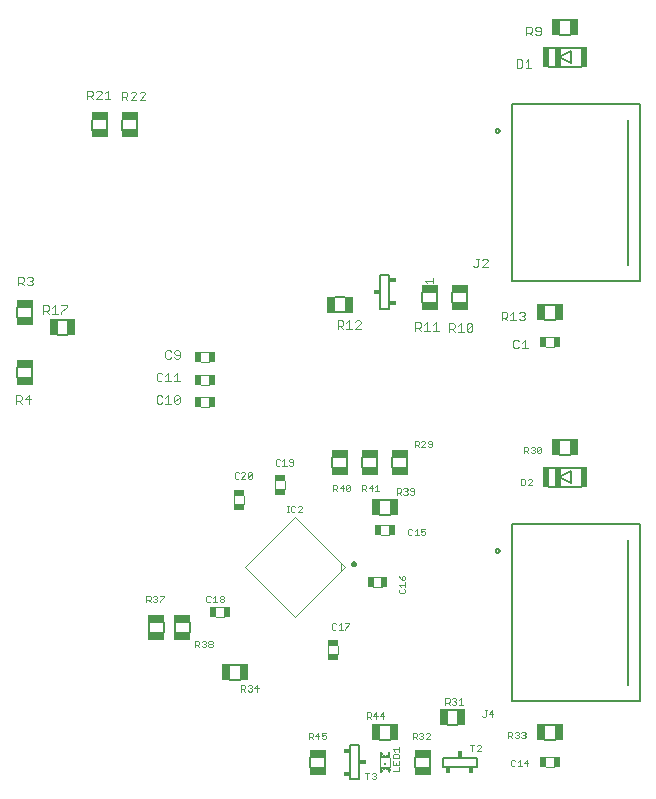
<source format=gto>
G75*
%MOIN*%
%OFA0B0*%
%FSLAX25Y25*%
%IPPOS*%
%LPD*%
%AMOC8*
5,1,8,0,0,1.08239X$1,22.5*
%
%ADD10C,0.00600*%
%ADD11R,0.05512X0.02559*%
%ADD12C,0.00400*%
%ADD13R,0.02559X0.05512*%
%ADD14R,0.01969X0.03740*%
%ADD15C,0.00500*%
%ADD16C,0.00787*%
%ADD17C,0.00800*%
%ADD18R,0.02200X0.06800*%
%ADD19R,0.02400X0.06200*%
%ADD20R,0.02000X0.01500*%
%ADD21C,0.00300*%
%ADD22R,0.01500X0.02000*%
%ADD23C,0.00394*%
%ADD24C,0.00984*%
%ADD25R,0.03740X0.01969*%
%ADD26C,0.00200*%
%ADD27R,0.00787X0.00591*%
%ADD28R,0.00197X0.00197*%
%ADD29R,0.00197X0.01476*%
%ADD30R,0.00787X0.01181*%
%ADD31R,0.03543X0.00886*%
%ADD32R,0.00787X0.01969*%
%ADD33R,0.02165X0.00886*%
%ADD34R,0.00394X0.00394*%
%ADD35R,0.00984X0.00984*%
D10*
X0123050Y0061201D02*
X0123050Y0064429D01*
X0128050Y0064429D02*
X0128050Y0061201D01*
X0131800Y0061201D02*
X0131800Y0064429D01*
X0136800Y0064429D02*
X0136800Y0061201D01*
X0150186Y0050315D02*
X0153414Y0050315D01*
X0153414Y0045315D02*
X0150186Y0045315D01*
X0176800Y0019429D02*
X0176800Y0016201D01*
X0181800Y0016201D02*
X0181800Y0019429D01*
X0190300Y0023615D02*
X0190300Y0012215D01*
X0193300Y0012215D01*
X0193300Y0023615D01*
X0190300Y0023615D01*
X0200186Y0025315D02*
X0203414Y0025315D01*
X0203414Y0030315D02*
X0200186Y0030315D01*
X0211800Y0019429D02*
X0211800Y0016201D01*
X0216800Y0016201D02*
X0216800Y0019429D01*
X0221000Y0019315D02*
X0221000Y0016315D01*
X0232400Y0016315D01*
X0232400Y0019315D01*
X0221000Y0019315D01*
X0222686Y0030315D02*
X0225914Y0030315D01*
X0225914Y0035315D02*
X0222686Y0035315D01*
X0255186Y0030315D02*
X0258414Y0030315D01*
X0258414Y0025315D02*
X0255186Y0025315D01*
X0203414Y0100315D02*
X0200186Y0100315D01*
X0200186Y0105315D02*
X0203414Y0105315D01*
X0204300Y0116201D02*
X0204300Y0119429D01*
X0199300Y0119429D02*
X0199300Y0116201D01*
X0194300Y0116201D02*
X0194300Y0119429D01*
X0189300Y0119429D02*
X0189300Y0116201D01*
X0184300Y0116201D02*
X0184300Y0119429D01*
X0209300Y0119429D02*
X0209300Y0116201D01*
X0256600Y0115915D02*
X0267000Y0115915D01*
X0263414Y0120315D02*
X0260186Y0120315D01*
X0260186Y0125315D02*
X0263414Y0125315D01*
X0267000Y0109715D02*
X0256600Y0109715D01*
X0255186Y0165315D02*
X0258414Y0165315D01*
X0258414Y0170315D02*
X0255186Y0170315D01*
X0229300Y0171201D02*
X0229300Y0174429D01*
X0224300Y0174429D02*
X0224300Y0171201D01*
X0219300Y0171201D02*
X0219300Y0174429D01*
X0214300Y0174429D02*
X0214300Y0171201D01*
X0203300Y0168890D02*
X0200300Y0168890D01*
X0200300Y0180290D01*
X0203300Y0180290D01*
X0203300Y0168890D01*
X0188414Y0167815D02*
X0185186Y0167815D01*
X0185186Y0172815D02*
X0188414Y0172815D01*
X0119300Y0228701D02*
X0119300Y0231929D01*
X0114300Y0231929D02*
X0114300Y0228701D01*
X0109300Y0228701D02*
X0109300Y0231929D01*
X0104300Y0231929D02*
X0104300Y0228701D01*
X0084300Y0169429D02*
X0084300Y0166201D01*
X0079300Y0166201D02*
X0079300Y0169429D01*
X0092686Y0165315D02*
X0095914Y0165315D01*
X0095914Y0160315D02*
X0092686Y0160315D01*
X0084300Y0149429D02*
X0084300Y0146201D01*
X0079300Y0146201D02*
X0079300Y0149429D01*
X0256600Y0249715D02*
X0267000Y0249715D01*
X0267000Y0255915D02*
X0256600Y0255915D01*
X0260186Y0260315D02*
X0263414Y0260315D01*
X0263414Y0265315D02*
X0260186Y0265315D01*
D11*
X0226794Y0175695D03*
X0226794Y0169895D03*
X0216806Y0169936D03*
X0216806Y0175736D03*
X0206806Y0120736D03*
X0206806Y0114936D03*
X0196806Y0114936D03*
X0196806Y0120736D03*
X0186794Y0120695D03*
X0186794Y0114895D03*
X0134294Y0065695D03*
X0134294Y0059895D03*
X0125556Y0059936D03*
X0125556Y0065736D03*
X0179306Y0020736D03*
X0179306Y0014936D03*
X0214306Y0014936D03*
X0214306Y0020736D03*
X0081806Y0144936D03*
X0081806Y0150736D03*
X0081794Y0164895D03*
X0081794Y0170695D03*
X0106806Y0227436D03*
X0106806Y0233236D03*
X0116806Y0233236D03*
X0116806Y0227436D03*
D12*
X0117044Y0238565D02*
X0118913Y0240433D01*
X0118913Y0240900D01*
X0118446Y0241367D01*
X0117512Y0241367D01*
X0117044Y0240900D01*
X0115966Y0240900D02*
X0115966Y0239966D01*
X0115499Y0239499D01*
X0114098Y0239499D01*
X0114098Y0238565D02*
X0114098Y0241367D01*
X0115499Y0241367D01*
X0115966Y0240900D01*
X0115032Y0239499D02*
X0115966Y0238565D01*
X0117044Y0238565D02*
X0118913Y0238565D01*
X0119991Y0238565D02*
X0121859Y0240433D01*
X0121859Y0240900D01*
X0121392Y0241367D01*
X0120458Y0241367D01*
X0119991Y0240900D01*
X0119991Y0238565D02*
X0121859Y0238565D01*
X0110297Y0238878D02*
X0108428Y0238878D01*
X0109363Y0238878D02*
X0109363Y0241680D01*
X0108428Y0240746D01*
X0107350Y0240746D02*
X0107350Y0241213D01*
X0106883Y0241680D01*
X0105949Y0241680D01*
X0105482Y0241213D01*
X0104404Y0241213D02*
X0104404Y0240279D01*
X0103937Y0239812D01*
X0102535Y0239812D01*
X0102535Y0238878D02*
X0102535Y0241680D01*
X0103937Y0241680D01*
X0104404Y0241213D01*
X0103470Y0239812D02*
X0104404Y0238878D01*
X0105482Y0238878D02*
X0107350Y0240746D01*
X0107350Y0238878D02*
X0105482Y0238878D01*
X0083848Y0179567D02*
X0082914Y0179567D01*
X0082447Y0179100D01*
X0081368Y0179100D02*
X0081368Y0178166D01*
X0080901Y0177699D01*
X0079500Y0177699D01*
X0079500Y0176765D02*
X0079500Y0179567D01*
X0080901Y0179567D01*
X0081368Y0179100D01*
X0080434Y0177699D02*
X0081368Y0176765D01*
X0082447Y0177232D02*
X0082914Y0176765D01*
X0083848Y0176765D01*
X0084315Y0177232D01*
X0084315Y0177699D01*
X0083848Y0178166D01*
X0083381Y0178166D01*
X0083848Y0178166D02*
X0084315Y0178633D01*
X0084315Y0179100D01*
X0083848Y0179567D01*
X0087937Y0170192D02*
X0089339Y0170192D01*
X0089806Y0169725D01*
X0089806Y0168791D01*
X0089339Y0168324D01*
X0087937Y0168324D01*
X0087937Y0167390D02*
X0087937Y0170192D01*
X0088872Y0168324D02*
X0089806Y0167390D01*
X0090884Y0167390D02*
X0092752Y0167390D01*
X0091818Y0167390D02*
X0091818Y0170192D01*
X0090884Y0169258D01*
X0093831Y0170192D02*
X0095699Y0170192D01*
X0095699Y0169725D01*
X0093831Y0167857D01*
X0093831Y0167390D01*
X0083223Y0140192D02*
X0081822Y0138791D01*
X0083690Y0138791D01*
X0083223Y0137390D02*
X0083223Y0140192D01*
X0080743Y0139725D02*
X0080743Y0138791D01*
X0080276Y0138324D01*
X0078875Y0138324D01*
X0078875Y0137390D02*
X0078875Y0140192D01*
X0080276Y0140192D01*
X0080743Y0139725D01*
X0079809Y0138324D02*
X0080743Y0137390D01*
X0125660Y0137782D02*
X0126128Y0137315D01*
X0127062Y0137315D01*
X0127529Y0137782D01*
X0128607Y0137315D02*
X0130475Y0137315D01*
X0129541Y0137315D02*
X0129541Y0140117D01*
X0128607Y0139183D01*
X0127529Y0139650D02*
X0127062Y0140117D01*
X0126128Y0140117D01*
X0125660Y0139650D01*
X0125660Y0137782D01*
X0131553Y0137782D02*
X0133422Y0139650D01*
X0133422Y0137782D01*
X0132955Y0137315D01*
X0132021Y0137315D01*
X0131553Y0137782D01*
X0131553Y0139650D01*
X0132021Y0140117D01*
X0132955Y0140117D01*
X0133422Y0139650D01*
X0133422Y0144815D02*
X0131553Y0144815D01*
X0132488Y0144815D02*
X0132488Y0147617D01*
X0131553Y0146683D01*
X0130475Y0144815D02*
X0128607Y0144815D01*
X0129541Y0144815D02*
X0129541Y0147617D01*
X0128607Y0146683D01*
X0127529Y0147150D02*
X0127062Y0147617D01*
X0126128Y0147617D01*
X0125660Y0147150D01*
X0125660Y0145282D01*
X0126128Y0144815D01*
X0127062Y0144815D01*
X0127529Y0145282D01*
X0129074Y0152315D02*
X0130008Y0152315D01*
X0130475Y0152782D01*
X0131553Y0152782D02*
X0132021Y0152315D01*
X0132955Y0152315D01*
X0133422Y0152782D01*
X0133422Y0154650D01*
X0132955Y0155117D01*
X0132021Y0155117D01*
X0131553Y0154650D01*
X0131553Y0154183D01*
X0132021Y0153716D01*
X0133422Y0153716D01*
X0130475Y0154650D02*
X0130008Y0155117D01*
X0129074Y0155117D01*
X0128607Y0154650D01*
X0128607Y0152782D01*
X0129074Y0152315D01*
X0140398Y0151165D02*
X0143202Y0151165D01*
X0143202Y0154516D02*
X0140398Y0154516D01*
X0140398Y0147016D02*
X0143202Y0147016D01*
X0143202Y0143665D02*
X0140398Y0143665D01*
X0140398Y0139516D02*
X0143202Y0139516D01*
X0143202Y0136165D02*
X0140398Y0136165D01*
X0165099Y0111717D02*
X0165099Y0108913D01*
X0168450Y0108913D02*
X0168450Y0111717D01*
X0154700Y0106717D02*
X0154700Y0103913D01*
X0151349Y0103913D02*
X0151349Y0106717D01*
X0148202Y0069465D02*
X0145398Y0069465D01*
X0145398Y0066114D02*
X0148202Y0066114D01*
X0182650Y0056717D02*
X0182650Y0053913D01*
X0186001Y0053913D02*
X0186001Y0056717D01*
X0197898Y0076165D02*
X0200702Y0076165D01*
X0200702Y0079516D02*
X0197898Y0079516D01*
X0200398Y0093665D02*
X0203202Y0093665D01*
X0203202Y0097016D02*
X0200398Y0097016D01*
X0245012Y0155753D02*
X0245946Y0155753D01*
X0246413Y0156220D01*
X0247491Y0155753D02*
X0249359Y0155753D01*
X0248425Y0155753D02*
X0248425Y0158555D01*
X0247491Y0157621D01*
X0246413Y0158088D02*
X0245946Y0158555D01*
X0245012Y0158555D01*
X0244544Y0158088D01*
X0244544Y0156220D01*
X0245012Y0155753D01*
X0245475Y0165128D02*
X0243607Y0165128D01*
X0244541Y0165128D02*
X0244541Y0167930D01*
X0243607Y0166996D01*
X0242529Y0167463D02*
X0242529Y0166529D01*
X0242062Y0166062D01*
X0240660Y0166062D01*
X0240660Y0165128D02*
X0240660Y0167930D01*
X0242062Y0167930D01*
X0242529Y0167463D01*
X0241595Y0166062D02*
X0242529Y0165128D01*
X0246553Y0165595D02*
X0247021Y0165128D01*
X0247955Y0165128D01*
X0248422Y0165595D01*
X0248422Y0166062D01*
X0247955Y0166529D01*
X0247488Y0166529D01*
X0247955Y0166529D02*
X0248422Y0166996D01*
X0248422Y0167463D01*
X0247955Y0167930D01*
X0247021Y0167930D01*
X0246553Y0167463D01*
X0255398Y0159465D02*
X0258202Y0159465D01*
X0258202Y0156114D02*
X0255398Y0156114D01*
X0230922Y0161845D02*
X0230455Y0161378D01*
X0229521Y0161378D01*
X0229053Y0161845D01*
X0230922Y0163713D01*
X0230922Y0161845D01*
X0230922Y0163713D02*
X0230455Y0164180D01*
X0229521Y0164180D01*
X0229053Y0163713D01*
X0229053Y0161845D01*
X0227975Y0161378D02*
X0226107Y0161378D01*
X0227041Y0161378D02*
X0227041Y0164180D01*
X0226107Y0163246D01*
X0225029Y0163713D02*
X0225029Y0162779D01*
X0224562Y0162312D01*
X0223160Y0162312D01*
X0223160Y0161378D02*
X0223160Y0164180D01*
X0224562Y0164180D01*
X0225029Y0163713D01*
X0224095Y0162312D02*
X0225029Y0161378D01*
X0219672Y0161690D02*
X0217803Y0161690D01*
X0218738Y0161690D02*
X0218738Y0164492D01*
X0217803Y0163558D01*
X0216725Y0161690D02*
X0214857Y0161690D01*
X0215791Y0161690D02*
X0215791Y0164492D01*
X0214857Y0163558D01*
X0213779Y0163091D02*
X0213312Y0162624D01*
X0211910Y0162624D01*
X0211910Y0161690D02*
X0211910Y0164492D01*
X0213312Y0164492D01*
X0213779Y0164025D01*
X0213779Y0163091D01*
X0212845Y0162624D02*
X0213779Y0161690D01*
X0214998Y0174497D02*
X0214998Y0176365D01*
X0214998Y0175431D02*
X0217800Y0175431D01*
X0217800Y0177444D02*
X0217800Y0179312D01*
X0217800Y0178378D02*
X0214998Y0178378D01*
X0215932Y0177444D01*
X0231284Y0183389D02*
X0231751Y0182922D01*
X0232218Y0182922D01*
X0232685Y0183389D01*
X0232685Y0185725D01*
X0232218Y0185725D02*
X0233152Y0185725D01*
X0234230Y0185258D02*
X0234697Y0185725D01*
X0235631Y0185725D01*
X0236098Y0185258D01*
X0236098Y0184791D01*
X0234230Y0182922D01*
X0236098Y0182922D01*
X0193734Y0164650D02*
X0193267Y0165117D01*
X0192333Y0165117D01*
X0191866Y0164650D01*
X0193734Y0164650D02*
X0193734Y0164183D01*
X0191866Y0162315D01*
X0193734Y0162315D01*
X0190788Y0162315D02*
X0188919Y0162315D01*
X0189854Y0162315D02*
X0189854Y0165117D01*
X0188919Y0164183D01*
X0187841Y0163716D02*
X0187374Y0163249D01*
X0185973Y0163249D01*
X0185973Y0162315D02*
X0185973Y0165117D01*
X0187374Y0165117D01*
X0187841Y0164650D01*
X0187841Y0163716D01*
X0186907Y0163249D02*
X0187841Y0162315D01*
X0245732Y0249378D02*
X0247133Y0249378D01*
X0247600Y0249845D01*
X0247600Y0251713D01*
X0247133Y0252180D01*
X0245732Y0252180D01*
X0245732Y0249378D01*
X0248678Y0249378D02*
X0250547Y0249378D01*
X0249613Y0249378D02*
X0249613Y0252180D01*
X0248678Y0251246D01*
X0248919Y0260128D02*
X0248919Y0262930D01*
X0250321Y0262930D01*
X0250788Y0262463D01*
X0250788Y0261529D01*
X0250321Y0261062D01*
X0248919Y0261062D01*
X0249854Y0261062D02*
X0250788Y0260128D01*
X0251866Y0260595D02*
X0252333Y0260128D01*
X0253267Y0260128D01*
X0253734Y0260595D01*
X0253734Y0262463D01*
X0253267Y0262930D01*
X0252333Y0262930D01*
X0251866Y0262463D01*
X0251866Y0261996D01*
X0252333Y0261529D01*
X0253734Y0261529D01*
X0255398Y0019465D02*
X0258202Y0019465D01*
X0258202Y0016114D02*
X0255398Y0016114D01*
X0203375Y0016339D02*
X0203375Y0019193D01*
X0200225Y0019193D02*
X0200225Y0016437D01*
X0200618Y0014666D02*
X0200626Y0014733D01*
X0200638Y0014800D01*
X0200653Y0014866D01*
X0200672Y0014931D01*
X0200695Y0014994D01*
X0200722Y0015057D01*
X0200752Y0015117D01*
X0200785Y0015176D01*
X0200821Y0015233D01*
X0200861Y0015288D01*
X0200904Y0015340D01*
X0200950Y0015390D01*
X0200999Y0015437D01*
X0201050Y0015482D01*
X0201103Y0015523D01*
X0201159Y0015561D01*
X0201217Y0015596D01*
X0201277Y0015627D01*
X0201339Y0015656D01*
X0201402Y0015680D01*
X0201466Y0015701D01*
X0201532Y0015718D01*
X0201598Y0015732D01*
X0201665Y0015741D01*
X0201732Y0015747D01*
X0201800Y0015749D01*
X0201868Y0015747D01*
X0201935Y0015741D01*
X0202002Y0015732D01*
X0202068Y0015718D01*
X0202134Y0015701D01*
X0202198Y0015680D01*
X0202261Y0015656D01*
X0202323Y0015627D01*
X0202383Y0015596D01*
X0202441Y0015561D01*
X0202497Y0015523D01*
X0202550Y0015482D01*
X0202601Y0015437D01*
X0202650Y0015390D01*
X0202696Y0015340D01*
X0202739Y0015288D01*
X0202779Y0015233D01*
X0202815Y0015176D01*
X0202848Y0015117D01*
X0202878Y0015057D01*
X0202905Y0014994D01*
X0202928Y0014931D01*
X0202947Y0014866D01*
X0202962Y0014800D01*
X0202974Y0014733D01*
X0202982Y0014666D01*
D13*
X0204720Y0027809D03*
X0198920Y0027809D03*
X0221420Y0032809D03*
X0227220Y0032809D03*
X0253880Y0027821D03*
X0259680Y0027821D03*
X0204720Y0102809D03*
X0198920Y0102809D03*
X0154720Y0047809D03*
X0148920Y0047809D03*
X0258920Y0122809D03*
X0264720Y0122809D03*
X0259680Y0167821D03*
X0253880Y0167821D03*
X0189680Y0170321D03*
X0183880Y0170321D03*
X0097180Y0162821D03*
X0091380Y0162821D03*
X0258920Y0262809D03*
X0264720Y0262809D03*
D14*
X0259116Y0157795D03*
X0254516Y0157795D03*
X0204084Y0095335D03*
X0199484Y0095335D03*
X0201584Y0077835D03*
X0196984Y0077835D03*
X0149116Y0067795D03*
X0144516Y0067795D03*
X0144084Y0137835D03*
X0139484Y0137835D03*
X0139484Y0145335D03*
X0144084Y0145335D03*
X0144084Y0152835D03*
X0139484Y0152835D03*
X0254516Y0017795D03*
X0259116Y0017795D03*
D15*
X0261603Y0038288D02*
X0252942Y0038288D01*
X0244083Y0038288D02*
X0244083Y0097343D01*
X0286643Y0097343D01*
X0275776Y0097343D01*
X0282706Y0091791D02*
X0282706Y0043524D01*
X0286643Y0038288D02*
X0275776Y0038288D01*
X0286643Y0038288D02*
X0286643Y0097343D01*
X0286643Y0038288D01*
X0244083Y0038288D01*
X0244083Y0043799D02*
X0244083Y0047343D01*
X0244083Y0088288D02*
X0244083Y0091831D01*
X0252942Y0097343D02*
X0261603Y0097343D01*
X0261603Y0178288D02*
X0252942Y0178288D01*
X0244083Y0178288D02*
X0244083Y0237343D01*
X0286643Y0237343D01*
X0275776Y0237343D01*
X0282706Y0231791D02*
X0282706Y0183524D01*
X0286643Y0178288D02*
X0275776Y0178288D01*
X0286643Y0178288D02*
X0286643Y0237343D01*
X0286643Y0178288D01*
X0244083Y0178288D01*
X0244083Y0183799D02*
X0244083Y0187343D01*
X0244083Y0228288D02*
X0244083Y0231831D01*
X0252942Y0237343D02*
X0261603Y0237343D01*
D16*
X0238737Y0228288D02*
X0238739Y0228337D01*
X0238745Y0228387D01*
X0238755Y0228435D01*
X0238768Y0228483D01*
X0238786Y0228529D01*
X0238806Y0228574D01*
X0238831Y0228617D01*
X0238859Y0228658D01*
X0238890Y0228696D01*
X0238924Y0228732D01*
X0238960Y0228765D01*
X0238999Y0228796D01*
X0239041Y0228822D01*
X0239084Y0228846D01*
X0239130Y0228866D01*
X0239176Y0228883D01*
X0239224Y0228895D01*
X0239273Y0228904D01*
X0239322Y0228909D01*
X0239371Y0228910D01*
X0239421Y0228907D01*
X0239470Y0228900D01*
X0239518Y0228889D01*
X0239565Y0228875D01*
X0239611Y0228857D01*
X0239656Y0228835D01*
X0239698Y0228809D01*
X0239738Y0228781D01*
X0239776Y0228749D01*
X0239812Y0228715D01*
X0239844Y0228677D01*
X0239874Y0228637D01*
X0239900Y0228595D01*
X0239922Y0228551D01*
X0239942Y0228506D01*
X0239957Y0228459D01*
X0239969Y0228411D01*
X0239977Y0228362D01*
X0239981Y0228313D01*
X0239981Y0228263D01*
X0239977Y0228214D01*
X0239969Y0228165D01*
X0239957Y0228117D01*
X0239942Y0228070D01*
X0239922Y0228025D01*
X0239900Y0227981D01*
X0239874Y0227939D01*
X0239844Y0227899D01*
X0239812Y0227861D01*
X0239776Y0227827D01*
X0239738Y0227795D01*
X0239698Y0227767D01*
X0239656Y0227741D01*
X0239611Y0227719D01*
X0239565Y0227701D01*
X0239518Y0227687D01*
X0239470Y0227676D01*
X0239421Y0227669D01*
X0239371Y0227666D01*
X0239322Y0227667D01*
X0239273Y0227672D01*
X0239224Y0227681D01*
X0239176Y0227693D01*
X0239130Y0227710D01*
X0239084Y0227730D01*
X0239041Y0227754D01*
X0238999Y0227780D01*
X0238960Y0227811D01*
X0238924Y0227844D01*
X0238890Y0227880D01*
X0238859Y0227918D01*
X0238831Y0227959D01*
X0238806Y0228002D01*
X0238786Y0228047D01*
X0238768Y0228093D01*
X0238755Y0228141D01*
X0238745Y0228189D01*
X0238739Y0228239D01*
X0238737Y0228288D01*
X0238737Y0088288D02*
X0238739Y0088337D01*
X0238745Y0088387D01*
X0238755Y0088435D01*
X0238768Y0088483D01*
X0238786Y0088529D01*
X0238806Y0088574D01*
X0238831Y0088617D01*
X0238859Y0088658D01*
X0238890Y0088696D01*
X0238924Y0088732D01*
X0238960Y0088765D01*
X0238999Y0088796D01*
X0239041Y0088822D01*
X0239084Y0088846D01*
X0239130Y0088866D01*
X0239176Y0088883D01*
X0239224Y0088895D01*
X0239273Y0088904D01*
X0239322Y0088909D01*
X0239371Y0088910D01*
X0239421Y0088907D01*
X0239470Y0088900D01*
X0239518Y0088889D01*
X0239565Y0088875D01*
X0239611Y0088857D01*
X0239656Y0088835D01*
X0239698Y0088809D01*
X0239738Y0088781D01*
X0239776Y0088749D01*
X0239812Y0088715D01*
X0239844Y0088677D01*
X0239874Y0088637D01*
X0239900Y0088595D01*
X0239922Y0088551D01*
X0239942Y0088506D01*
X0239957Y0088459D01*
X0239969Y0088411D01*
X0239977Y0088362D01*
X0239981Y0088313D01*
X0239981Y0088263D01*
X0239977Y0088214D01*
X0239969Y0088165D01*
X0239957Y0088117D01*
X0239942Y0088070D01*
X0239922Y0088025D01*
X0239900Y0087981D01*
X0239874Y0087939D01*
X0239844Y0087899D01*
X0239812Y0087861D01*
X0239776Y0087827D01*
X0239738Y0087795D01*
X0239698Y0087767D01*
X0239656Y0087741D01*
X0239611Y0087719D01*
X0239565Y0087701D01*
X0239518Y0087687D01*
X0239470Y0087676D01*
X0239421Y0087669D01*
X0239371Y0087666D01*
X0239322Y0087667D01*
X0239273Y0087672D01*
X0239224Y0087681D01*
X0239176Y0087693D01*
X0239130Y0087710D01*
X0239084Y0087730D01*
X0239041Y0087754D01*
X0238999Y0087780D01*
X0238960Y0087811D01*
X0238924Y0087844D01*
X0238890Y0087880D01*
X0238859Y0087918D01*
X0238831Y0087959D01*
X0238806Y0088002D01*
X0238786Y0088047D01*
X0238768Y0088093D01*
X0238755Y0088141D01*
X0238745Y0088189D01*
X0238739Y0088239D01*
X0238737Y0088288D01*
D17*
X0259831Y0112815D02*
X0263769Y0110847D01*
X0263769Y0114784D01*
X0259831Y0112815D01*
X0263769Y0250847D02*
X0259831Y0252815D01*
X0263769Y0254784D01*
X0263769Y0250847D01*
D18*
X0268000Y0252815D03*
X0255600Y0252815D03*
X0255600Y0112815D03*
X0268000Y0112815D03*
D19*
X0259600Y0112815D03*
X0259600Y0252815D03*
D20*
X0204500Y0178440D03*
X0199100Y0174640D03*
X0204500Y0170840D03*
X0189100Y0021665D03*
X0194500Y0017865D03*
X0189100Y0014065D03*
D21*
X0195200Y0014317D02*
X0196601Y0014317D01*
X0195901Y0014317D02*
X0195901Y0012215D01*
X0197410Y0012565D02*
X0197760Y0012215D01*
X0198461Y0012215D01*
X0198811Y0012565D01*
X0198811Y0012916D01*
X0198461Y0013266D01*
X0198110Y0013266D01*
X0198461Y0013266D02*
X0198811Y0013616D01*
X0198811Y0013967D01*
X0198461Y0014317D01*
X0197760Y0014317D01*
X0197410Y0013967D01*
X0204448Y0014751D02*
X0206550Y0014751D01*
X0206550Y0016152D01*
X0206550Y0016960D02*
X0206550Y0018362D01*
X0206550Y0019170D02*
X0206550Y0020221D01*
X0206200Y0020571D01*
X0204799Y0020571D01*
X0204448Y0020221D01*
X0204448Y0019170D01*
X0206550Y0019170D01*
X0205499Y0017661D02*
X0205499Y0016960D01*
X0204448Y0016960D02*
X0206550Y0016960D01*
X0204448Y0016960D02*
X0204448Y0018362D01*
X0205149Y0021380D02*
X0204448Y0022081D01*
X0206550Y0022081D01*
X0206550Y0022781D02*
X0206550Y0021380D01*
X0211012Y0025465D02*
X0211012Y0027567D01*
X0212063Y0027567D01*
X0212414Y0027217D01*
X0212414Y0026516D01*
X0212063Y0026166D01*
X0211012Y0026166D01*
X0211713Y0026166D02*
X0212414Y0025465D01*
X0213222Y0025815D02*
X0213573Y0025465D01*
X0214273Y0025465D01*
X0214624Y0025815D01*
X0214624Y0026166D01*
X0214273Y0026516D01*
X0213923Y0026516D01*
X0214273Y0026516D02*
X0214624Y0026866D01*
X0214624Y0027217D01*
X0214273Y0027567D01*
X0213573Y0027567D01*
X0213222Y0027217D01*
X0215432Y0027217D02*
X0215783Y0027567D01*
X0216483Y0027567D01*
X0216833Y0027217D01*
X0216833Y0026866D01*
X0215432Y0025465D01*
X0216833Y0025465D01*
X0221950Y0037028D02*
X0221950Y0039129D01*
X0223001Y0039129D01*
X0223351Y0038779D01*
X0223351Y0038078D01*
X0223001Y0037728D01*
X0221950Y0037728D01*
X0222651Y0037728D02*
X0223351Y0037028D01*
X0224160Y0037378D02*
X0224510Y0037028D01*
X0225211Y0037028D01*
X0225561Y0037378D01*
X0225561Y0037728D01*
X0225211Y0038078D01*
X0224860Y0038078D01*
X0225211Y0038078D02*
X0225561Y0038429D01*
X0225561Y0038779D01*
X0225211Y0039129D01*
X0224510Y0039129D01*
X0224160Y0038779D01*
X0226370Y0038429D02*
X0227070Y0039129D01*
X0227070Y0037028D01*
X0226370Y0037028D02*
X0227771Y0037028D01*
X0234974Y0035085D02*
X0235674Y0035085D01*
X0235324Y0035085D02*
X0235324Y0033333D01*
X0234974Y0032983D01*
X0234624Y0032983D01*
X0234273Y0033333D01*
X0236483Y0034034D02*
X0237884Y0034034D01*
X0237534Y0035085D02*
X0236483Y0034034D01*
X0237534Y0032983D02*
X0237534Y0035085D01*
X0242820Y0027979D02*
X0243871Y0027979D01*
X0244222Y0027629D01*
X0244222Y0026928D01*
X0243871Y0026578D01*
X0242820Y0026578D01*
X0242820Y0025878D02*
X0242820Y0027979D01*
X0243521Y0026578D02*
X0244222Y0025878D01*
X0245030Y0026228D02*
X0245381Y0025878D01*
X0246081Y0025878D01*
X0246431Y0026228D01*
X0246431Y0026578D01*
X0246081Y0026928D01*
X0245731Y0026928D01*
X0246081Y0026928D02*
X0246431Y0027279D01*
X0246431Y0027629D01*
X0246081Y0027979D01*
X0245381Y0027979D01*
X0245030Y0027629D01*
X0247240Y0027629D02*
X0247590Y0027979D01*
X0248291Y0027979D01*
X0248641Y0027629D01*
X0248641Y0027279D01*
X0248291Y0026928D01*
X0248641Y0026578D01*
X0248641Y0026228D01*
X0248291Y0025878D01*
X0247590Y0025878D01*
X0247240Y0026228D01*
X0247941Y0026928D02*
X0248291Y0026928D01*
X0249228Y0018604D02*
X0248178Y0017553D01*
X0249579Y0017553D01*
X0249228Y0016503D02*
X0249228Y0018604D01*
X0246668Y0018604D02*
X0246668Y0016503D01*
X0245968Y0016503D02*
X0247369Y0016503D01*
X0245968Y0017904D02*
X0246668Y0018604D01*
X0245159Y0018254D02*
X0244809Y0018604D01*
X0244108Y0018604D01*
X0243758Y0018254D01*
X0243758Y0016853D01*
X0244108Y0016503D01*
X0244809Y0016503D01*
X0245159Y0016853D01*
X0233811Y0021590D02*
X0232410Y0021590D01*
X0233811Y0022991D01*
X0233811Y0023342D01*
X0233461Y0023692D01*
X0232760Y0023692D01*
X0232410Y0023342D01*
X0231601Y0023692D02*
X0230200Y0023692D01*
X0230901Y0023692D02*
X0230901Y0021590D01*
X0201171Y0032340D02*
X0201171Y0034442D01*
X0200120Y0033391D01*
X0201521Y0033391D01*
X0199311Y0033391D02*
X0197910Y0033391D01*
X0198961Y0034442D01*
X0198961Y0032340D01*
X0197101Y0032340D02*
X0196401Y0033041D01*
X0196751Y0033041D02*
X0195700Y0033041D01*
X0195700Y0032340D02*
X0195700Y0034442D01*
X0196751Y0034442D01*
X0197101Y0034092D01*
X0197101Y0033391D01*
X0196751Y0033041D01*
X0182146Y0027567D02*
X0180745Y0027567D01*
X0180745Y0026516D01*
X0181445Y0026866D01*
X0181796Y0026866D01*
X0182146Y0026516D01*
X0182146Y0025815D01*
X0181796Y0025465D01*
X0181095Y0025465D01*
X0180745Y0025815D01*
X0179936Y0026516D02*
X0178535Y0026516D01*
X0179586Y0027567D01*
X0179586Y0025465D01*
X0177726Y0025465D02*
X0177026Y0026166D01*
X0177376Y0026166D02*
X0176325Y0026166D01*
X0176325Y0025465D02*
X0176325Y0027567D01*
X0177376Y0027567D01*
X0177726Y0027217D01*
X0177726Y0026516D01*
X0177376Y0026166D01*
X0159296Y0041403D02*
X0159296Y0043504D01*
X0158245Y0042453D01*
X0159646Y0042453D01*
X0157436Y0042103D02*
X0157436Y0041753D01*
X0157086Y0041403D01*
X0156385Y0041403D01*
X0156035Y0041753D01*
X0155226Y0041403D02*
X0154526Y0042103D01*
X0154876Y0042103D02*
X0153825Y0042103D01*
X0153825Y0041403D02*
X0153825Y0043504D01*
X0154876Y0043504D01*
X0155226Y0043154D01*
X0155226Y0042453D01*
X0154876Y0042103D01*
X0156035Y0043154D02*
X0156385Y0043504D01*
X0157086Y0043504D01*
X0157436Y0043154D01*
X0157436Y0042804D01*
X0157086Y0042453D01*
X0157436Y0042103D01*
X0157086Y0042453D02*
X0156735Y0042453D01*
X0143983Y0056090D02*
X0143283Y0056090D01*
X0142932Y0056440D01*
X0142932Y0056791D01*
X0143283Y0057141D01*
X0143983Y0057141D01*
X0144333Y0056791D01*
X0144333Y0056440D01*
X0143983Y0056090D01*
X0143983Y0057141D02*
X0144333Y0057491D01*
X0144333Y0057842D01*
X0143983Y0058192D01*
X0143283Y0058192D01*
X0142932Y0057842D01*
X0142932Y0057491D01*
X0143283Y0057141D01*
X0142124Y0057491D02*
X0141773Y0057141D01*
X0142124Y0056791D01*
X0142124Y0056440D01*
X0141773Y0056090D01*
X0141073Y0056090D01*
X0140722Y0056440D01*
X0139914Y0056090D02*
X0139213Y0056791D01*
X0139563Y0056791D02*
X0138513Y0056791D01*
X0138513Y0056090D02*
X0138513Y0058192D01*
X0139563Y0058192D01*
X0139914Y0057842D01*
X0139914Y0057141D01*
X0139563Y0056791D01*
X0140722Y0057842D02*
X0141073Y0058192D01*
X0141773Y0058192D01*
X0142124Y0057842D01*
X0142124Y0057491D01*
X0141773Y0057141D02*
X0141423Y0057141D01*
X0142613Y0071090D02*
X0142263Y0071440D01*
X0142263Y0072842D01*
X0142613Y0073192D01*
X0143313Y0073192D01*
X0143664Y0072842D01*
X0144472Y0072491D02*
X0145173Y0073192D01*
X0145173Y0071090D01*
X0144472Y0071090D02*
X0145874Y0071090D01*
X0146682Y0071440D02*
X0146682Y0071791D01*
X0147033Y0072141D01*
X0147733Y0072141D01*
X0148083Y0071791D01*
X0148083Y0071440D01*
X0147733Y0071090D01*
X0147033Y0071090D01*
X0146682Y0071440D01*
X0147033Y0072141D02*
X0146682Y0072491D01*
X0146682Y0072842D01*
X0147033Y0073192D01*
X0147733Y0073192D01*
X0148083Y0072842D01*
X0148083Y0072491D01*
X0147733Y0072141D01*
X0143664Y0071440D02*
X0143313Y0071090D01*
X0142613Y0071090D01*
X0128083Y0072842D02*
X0126682Y0071440D01*
X0126682Y0071090D01*
X0125874Y0071440D02*
X0125523Y0071090D01*
X0124823Y0071090D01*
X0124472Y0071440D01*
X0123664Y0071090D02*
X0122963Y0071791D01*
X0123313Y0071791D02*
X0122262Y0071791D01*
X0122262Y0071090D02*
X0122262Y0073192D01*
X0123313Y0073192D01*
X0123664Y0072842D01*
X0123664Y0072141D01*
X0123313Y0071791D01*
X0124472Y0072842D02*
X0124823Y0073192D01*
X0125523Y0073192D01*
X0125874Y0072842D01*
X0125874Y0072491D01*
X0125523Y0072141D01*
X0125874Y0071791D01*
X0125874Y0071440D01*
X0125523Y0072141D02*
X0125173Y0072141D01*
X0126682Y0073192D02*
X0128083Y0073192D01*
X0128083Y0072842D01*
X0169003Y0101103D02*
X0169704Y0101103D01*
X0169354Y0101103D02*
X0169354Y0103205D01*
X0169704Y0103205D02*
X0169003Y0103205D01*
X0170477Y0102855D02*
X0170477Y0101454D01*
X0170827Y0101103D01*
X0171528Y0101103D01*
X0171878Y0101454D01*
X0172687Y0101103D02*
X0174088Y0102504D01*
X0174088Y0102855D01*
X0173738Y0103205D01*
X0173037Y0103205D01*
X0172687Y0102855D01*
X0171878Y0102855D02*
X0171528Y0103205D01*
X0170827Y0103205D01*
X0170477Y0102855D01*
X0172687Y0101103D02*
X0174088Y0101103D01*
X0184450Y0108278D02*
X0184450Y0110379D01*
X0185501Y0110379D01*
X0185851Y0110029D01*
X0185851Y0109328D01*
X0185501Y0108978D01*
X0184450Y0108978D01*
X0185151Y0108978D02*
X0185851Y0108278D01*
X0186660Y0109328D02*
X0188061Y0109328D01*
X0188870Y0108628D02*
X0188870Y0110029D01*
X0189220Y0110379D01*
X0189921Y0110379D01*
X0190271Y0110029D01*
X0188870Y0108628D01*
X0189220Y0108278D01*
X0189921Y0108278D01*
X0190271Y0108628D01*
X0190271Y0110029D01*
X0187711Y0110379D02*
X0187711Y0108278D01*
X0186660Y0109328D02*
X0187711Y0110379D01*
X0194137Y0110379D02*
X0194137Y0108278D01*
X0194137Y0108978D02*
X0195188Y0108978D01*
X0195539Y0109328D01*
X0195539Y0110029D01*
X0195188Y0110379D01*
X0194137Y0110379D01*
X0194838Y0108978D02*
X0195539Y0108278D01*
X0196347Y0109328D02*
X0197749Y0109328D01*
X0198557Y0109679D02*
X0199258Y0110379D01*
X0199258Y0108278D01*
X0199958Y0108278D02*
X0198557Y0108278D01*
X0197398Y0108278D02*
X0197398Y0110379D01*
X0196347Y0109328D01*
X0205700Y0109129D02*
X0205700Y0107028D01*
X0205700Y0107728D02*
X0206751Y0107728D01*
X0207101Y0108078D01*
X0207101Y0108779D01*
X0206751Y0109129D01*
X0205700Y0109129D01*
X0206401Y0107728D02*
X0207101Y0107028D01*
X0207910Y0107378D02*
X0208260Y0107028D01*
X0208961Y0107028D01*
X0209311Y0107378D01*
X0209311Y0107728D01*
X0208961Y0108078D01*
X0208610Y0108078D01*
X0208961Y0108078D02*
X0209311Y0108429D01*
X0209311Y0108779D01*
X0208961Y0109129D01*
X0208260Y0109129D01*
X0207910Y0108779D01*
X0210120Y0108779D02*
X0210120Y0108429D01*
X0210470Y0108078D01*
X0211521Y0108078D01*
X0211521Y0107378D02*
X0211521Y0108779D01*
X0211171Y0109129D01*
X0210470Y0109129D01*
X0210120Y0108779D01*
X0210120Y0107378D02*
X0210470Y0107028D01*
X0211171Y0107028D01*
X0211521Y0107378D01*
X0212360Y0095692D02*
X0212360Y0093590D01*
X0211660Y0093590D02*
X0213061Y0093590D01*
X0213870Y0093940D02*
X0214220Y0093590D01*
X0214921Y0093590D01*
X0215271Y0093940D01*
X0215271Y0094641D01*
X0214921Y0094991D01*
X0214570Y0094991D01*
X0213870Y0094641D01*
X0213870Y0095692D01*
X0215271Y0095692D01*
X0212360Y0095692D02*
X0211660Y0094991D01*
X0210851Y0095342D02*
X0210501Y0095692D01*
X0209800Y0095692D01*
X0209450Y0095342D01*
X0209450Y0093940D01*
X0209800Y0093590D01*
X0210501Y0093590D01*
X0210851Y0093940D01*
X0208075Y0079969D02*
X0207724Y0079969D01*
X0207374Y0079619D01*
X0207374Y0078568D01*
X0208075Y0078568D01*
X0208425Y0078918D01*
X0208425Y0079619D01*
X0208075Y0079969D01*
X0206674Y0079268D02*
X0207374Y0078568D01*
X0206674Y0079268D02*
X0206323Y0079969D01*
X0206323Y0077058D02*
X0208425Y0077058D01*
X0208425Y0076358D02*
X0208425Y0077759D01*
X0207024Y0076358D02*
X0206323Y0077058D01*
X0206674Y0075549D02*
X0206323Y0075199D01*
X0206323Y0074498D01*
X0206674Y0074148D01*
X0208075Y0074148D01*
X0208425Y0074498D01*
X0208425Y0075199D01*
X0208075Y0075549D01*
X0189958Y0064129D02*
X0189958Y0063779D01*
X0188557Y0062378D01*
X0188557Y0062028D01*
X0187749Y0062028D02*
X0186347Y0062028D01*
X0187048Y0062028D02*
X0187048Y0064129D01*
X0186347Y0063429D01*
X0185539Y0063779D02*
X0185188Y0064129D01*
X0184488Y0064129D01*
X0184137Y0063779D01*
X0184137Y0062378D01*
X0184488Y0062028D01*
X0185188Y0062028D01*
X0185539Y0062378D01*
X0188557Y0064129D02*
X0189958Y0064129D01*
X0157108Y0112340D02*
X0156408Y0112340D01*
X0156057Y0112690D01*
X0157458Y0114092D01*
X0157458Y0112690D01*
X0157108Y0112340D01*
X0156057Y0112690D02*
X0156057Y0114092D01*
X0156408Y0114442D01*
X0157108Y0114442D01*
X0157458Y0114092D01*
X0155249Y0114092D02*
X0154898Y0114442D01*
X0154198Y0114442D01*
X0153847Y0114092D01*
X0153039Y0114092D02*
X0152688Y0114442D01*
X0151988Y0114442D01*
X0151638Y0114092D01*
X0151638Y0112690D01*
X0151988Y0112340D01*
X0152688Y0112340D01*
X0153039Y0112690D01*
X0153847Y0112340D02*
X0155249Y0113741D01*
X0155249Y0114092D01*
X0155249Y0112340D02*
X0153847Y0112340D01*
X0165388Y0117065D02*
X0165738Y0116715D01*
X0166438Y0116715D01*
X0166789Y0117065D01*
X0167597Y0116715D02*
X0168999Y0116715D01*
X0168298Y0116715D02*
X0168298Y0118817D01*
X0167597Y0118116D01*
X0166789Y0118467D02*
X0166438Y0118817D01*
X0165738Y0118817D01*
X0165388Y0118467D01*
X0165388Y0117065D01*
X0169807Y0117065D02*
X0170158Y0116715D01*
X0170858Y0116715D01*
X0171208Y0117065D01*
X0171208Y0118467D01*
X0170858Y0118817D01*
X0170158Y0118817D01*
X0169807Y0118467D01*
X0169807Y0118116D01*
X0170158Y0117766D01*
X0171208Y0117766D01*
X0211637Y0122965D02*
X0211637Y0125067D01*
X0212688Y0125067D01*
X0213039Y0124717D01*
X0213039Y0124016D01*
X0212688Y0123666D01*
X0211637Y0123666D01*
X0212338Y0123666D02*
X0213039Y0122965D01*
X0213847Y0122965D02*
X0215249Y0124366D01*
X0215249Y0124717D01*
X0214898Y0125067D01*
X0214198Y0125067D01*
X0213847Y0124717D01*
X0213847Y0122965D02*
X0215249Y0122965D01*
X0216057Y0123315D02*
X0216408Y0122965D01*
X0217108Y0122965D01*
X0217458Y0123315D01*
X0217458Y0124717D01*
X0217108Y0125067D01*
X0216408Y0125067D01*
X0216057Y0124717D01*
X0216057Y0124366D01*
X0216408Y0124016D01*
X0217458Y0124016D01*
X0248133Y0122979D02*
X0249184Y0122979D01*
X0249534Y0122629D01*
X0249534Y0121928D01*
X0249184Y0121578D01*
X0248133Y0121578D01*
X0248833Y0121578D02*
X0249534Y0120878D01*
X0250343Y0121228D02*
X0250693Y0120878D01*
X0251394Y0120878D01*
X0251744Y0121228D01*
X0251744Y0121578D01*
X0251394Y0121928D01*
X0251043Y0121928D01*
X0251394Y0121928D02*
X0251744Y0122279D01*
X0251744Y0122629D01*
X0251394Y0122979D01*
X0250693Y0122979D01*
X0250343Y0122629D01*
X0252553Y0122629D02*
X0252903Y0122979D01*
X0253603Y0122979D01*
X0253954Y0122629D01*
X0252553Y0121228D01*
X0252903Y0120878D01*
X0253603Y0120878D01*
X0253954Y0121228D01*
X0253954Y0122629D01*
X0252553Y0122629D02*
X0252553Y0121228D01*
X0248133Y0120878D02*
X0248133Y0122979D01*
X0248206Y0112229D02*
X0247155Y0112229D01*
X0247155Y0110128D01*
X0248206Y0110128D01*
X0248556Y0110478D01*
X0248556Y0111879D01*
X0248206Y0112229D01*
X0249365Y0111879D02*
X0249715Y0112229D01*
X0250416Y0112229D01*
X0250766Y0111879D01*
X0250766Y0111529D01*
X0249365Y0110128D01*
X0250766Y0110128D01*
D22*
X0226750Y0020515D03*
X0222950Y0015115D03*
X0230550Y0015115D03*
D23*
X0171800Y0066112D02*
X0155097Y0082815D01*
X0171800Y0099518D01*
X0188503Y0082815D01*
X0171800Y0066112D01*
X0187111Y0081423D02*
X0187111Y0084207D01*
D24*
X0190893Y0083929D02*
X0190895Y0083973D01*
X0190901Y0084017D01*
X0190911Y0084060D01*
X0190924Y0084102D01*
X0190942Y0084142D01*
X0190963Y0084181D01*
X0190987Y0084218D01*
X0191014Y0084253D01*
X0191045Y0084285D01*
X0191078Y0084314D01*
X0191114Y0084340D01*
X0191152Y0084362D01*
X0191192Y0084381D01*
X0191233Y0084397D01*
X0191276Y0084409D01*
X0191319Y0084417D01*
X0191363Y0084421D01*
X0191407Y0084421D01*
X0191451Y0084417D01*
X0191494Y0084409D01*
X0191537Y0084397D01*
X0191578Y0084381D01*
X0191618Y0084362D01*
X0191656Y0084340D01*
X0191692Y0084314D01*
X0191725Y0084285D01*
X0191756Y0084253D01*
X0191783Y0084218D01*
X0191807Y0084181D01*
X0191828Y0084142D01*
X0191846Y0084102D01*
X0191859Y0084060D01*
X0191869Y0084017D01*
X0191875Y0083973D01*
X0191877Y0083929D01*
X0191875Y0083885D01*
X0191869Y0083841D01*
X0191859Y0083798D01*
X0191846Y0083756D01*
X0191828Y0083716D01*
X0191807Y0083677D01*
X0191783Y0083640D01*
X0191756Y0083605D01*
X0191725Y0083573D01*
X0191692Y0083544D01*
X0191656Y0083518D01*
X0191618Y0083496D01*
X0191578Y0083477D01*
X0191537Y0083461D01*
X0191494Y0083449D01*
X0191451Y0083441D01*
X0191407Y0083437D01*
X0191363Y0083437D01*
X0191319Y0083441D01*
X0191276Y0083449D01*
X0191233Y0083461D01*
X0191192Y0083477D01*
X0191152Y0083496D01*
X0191114Y0083518D01*
X0191078Y0083544D01*
X0191045Y0083573D01*
X0191014Y0083605D01*
X0190987Y0083640D01*
X0190963Y0083677D01*
X0190942Y0083716D01*
X0190924Y0083756D01*
X0190911Y0083798D01*
X0190901Y0083841D01*
X0190895Y0083885D01*
X0190893Y0083929D01*
D25*
X0166780Y0108000D03*
X0166780Y0112600D03*
X0153030Y0107600D03*
X0153030Y0103000D03*
X0184320Y0057631D03*
X0184320Y0053031D03*
D26*
X0200717Y0021063D02*
X0200719Y0020999D01*
X0200725Y0020935D01*
X0200734Y0020871D01*
X0200747Y0020809D01*
X0200764Y0020747D01*
X0200785Y0020686D01*
X0200809Y0020626D01*
X0200837Y0020568D01*
X0200867Y0020512D01*
X0200902Y0020458D01*
X0200939Y0020406D01*
X0200980Y0020356D01*
X0201023Y0020309D01*
X0201069Y0020264D01*
X0201118Y0020222D01*
X0201169Y0020183D01*
X0201222Y0020147D01*
X0201277Y0020115D01*
X0201334Y0020085D01*
X0201393Y0020059D01*
X0201453Y0020037D01*
X0201515Y0020018D01*
X0201577Y0020003D01*
X0201640Y0019992D01*
X0201704Y0019984D01*
X0201768Y0019980D01*
X0201832Y0019980D01*
X0201896Y0019984D01*
X0201960Y0019992D01*
X0202023Y0020003D01*
X0202085Y0020018D01*
X0202147Y0020037D01*
X0202207Y0020059D01*
X0202266Y0020085D01*
X0202323Y0020115D01*
X0202378Y0020147D01*
X0202431Y0020183D01*
X0202482Y0020222D01*
X0202531Y0020264D01*
X0202577Y0020309D01*
X0202620Y0020356D01*
X0202661Y0020406D01*
X0202698Y0020458D01*
X0202733Y0020512D01*
X0202763Y0020568D01*
X0202791Y0020626D01*
X0202815Y0020686D01*
X0202836Y0020747D01*
X0202853Y0020809D01*
X0202866Y0020871D01*
X0202875Y0020935D01*
X0202881Y0020999D01*
X0202883Y0021063D01*
X0202883Y0015354D02*
X0202885Y0015388D01*
X0202891Y0015422D01*
X0202901Y0015455D01*
X0202914Y0015486D01*
X0202932Y0015516D01*
X0202952Y0015544D01*
X0202976Y0015569D01*
X0203002Y0015591D01*
X0203030Y0015609D01*
X0203061Y0015625D01*
X0203093Y0015637D01*
X0203127Y0015645D01*
X0203161Y0015649D01*
X0203195Y0015649D01*
X0203229Y0015645D01*
X0203263Y0015637D01*
X0203295Y0015625D01*
X0203325Y0015609D01*
X0203354Y0015591D01*
X0203380Y0015569D01*
X0203404Y0015544D01*
X0203424Y0015516D01*
X0203442Y0015486D01*
X0203455Y0015455D01*
X0203465Y0015422D01*
X0203471Y0015388D01*
X0203473Y0015354D01*
X0203471Y0015320D01*
X0203465Y0015286D01*
X0203455Y0015253D01*
X0203442Y0015222D01*
X0203424Y0015192D01*
X0203404Y0015164D01*
X0203380Y0015139D01*
X0203354Y0015117D01*
X0203326Y0015099D01*
X0203295Y0015083D01*
X0203263Y0015071D01*
X0203229Y0015063D01*
X0203195Y0015059D01*
X0203161Y0015059D01*
X0203127Y0015063D01*
X0203093Y0015071D01*
X0203061Y0015083D01*
X0203030Y0015099D01*
X0203002Y0015117D01*
X0202976Y0015139D01*
X0202952Y0015164D01*
X0202932Y0015192D01*
X0202914Y0015222D01*
X0202901Y0015253D01*
X0202891Y0015286D01*
X0202885Y0015320D01*
X0202883Y0015354D01*
D27*
X0203178Y0014764D03*
D28*
X0202784Y0015551D03*
D29*
X0203473Y0015699D03*
D30*
X0200422Y0015059D03*
D31*
X0201800Y0015994D03*
D32*
X0200422Y0020177D03*
X0203178Y0020177D03*
D33*
X0201800Y0019636D03*
D34*
X0202686Y0020177D03*
X0200914Y0020177D03*
D35*
X0201800Y0017323D03*
M02*

</source>
